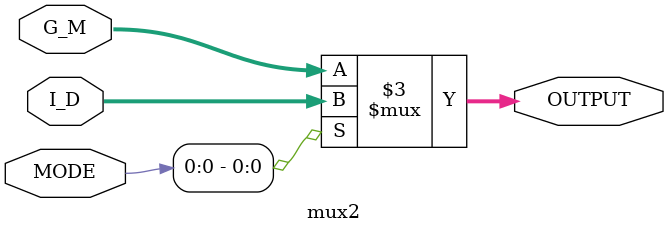
<source format=v>
module mux2(
  // Input signals
  I_D, G_M, MODE,
  // Output signals
  OUTPUT
);

input [5:0] I_D, G_M;  
input [1:0] MODE;
output reg [5:0] OUTPUT;

always @(*) begin
  if(MODE[0]) begin
    OUTPUT = I_D; 
  end

  else begin
    OUTPUT = G_M; 
  end

end

endmodule
</source>
